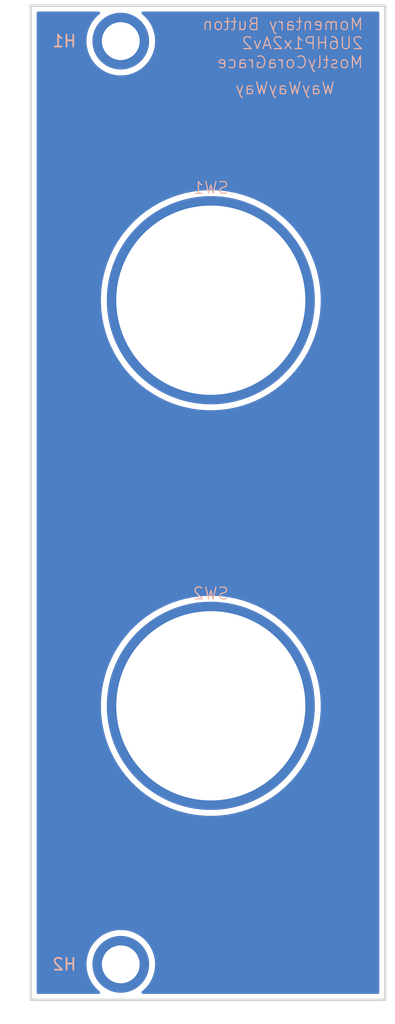
<source format=kicad_pcb>
(kicad_pcb (version 20241229) (generator "pcbnew") (generator_version "9.0")
  (layers (0 "F.Cu" signal) (2 "B.Cu" signal) (13 "F.Paste" user) (15 "B.Paste" user) (5 "F.SilkS" user "F.Silkscreen") (7 "B.SilkS" user "B.Silkscreen") (1 "F.Mask" user) (3 "B.Mask" user) (25 "Edge.Cuts" user))
  (net 0 "")
  (footprint "EXC:SW_SPST_M16_Panel_Mount_Push-Button" (layer "F.Cu") (at 15.24 27.33)
    (property "Reference" "SW1" (at 0 -9.5 0) (layer "B.SilkS") (effects (font (thickness 0.1)) (justify mirror)))
    (property "Value" "SW_SPST_M16_Panel_Mount_Push-Button")
    (pad "" thru_hole circle (at 0 0) (size 17.6 17.6) (drill 16) (layers "*.Cu" "*.Mask"))
  )
  (footprint "EXC:MountingHole_3.2mm_M3" (layer "F.Cu") (at 7.62 83.475)
    (property "Reference" "H2" (at -3.683 0 0) (layer "B.SilkS") (effects (justify left mirror)))
    (property "Value" "Eurorack_M3_MountingHole")
    (pad "" thru_hole circle (at 0 0) (size 4.8 4.8) (drill 3.2) (layers "*.Cu" "*.Mask"))
  )
  (footprint "EXC:SW_SPST_M16_Panel_Mount_Push-Button" (layer "F.Cu") (at 15.24 61.62)
    (property "Reference" "SW2" (at 0 -9.5 0) (layer "B.SilkS") (effects (font (thickness 0.1)) (justify mirror)))
    (property "Value" "SW_SPST_M16_Panel_Mount_Push-Button")
    (pad "" thru_hole circle (at 0 0) (size 17.6 17.6) (drill 16) (layers "*.Cu" "*.Mask"))
  )
  (footprint "EXC:MountingHole_3.2mm_M3" (layer "F.Cu") (at 7.62 5.425)
    (property "Reference" "H1" (at -3.683 0 0) (layer "B.SilkS") (effects (justify left mirror)))
    (property "Value" "Eurorack_M3_MountingHole")
    (pad "" thru_hole circle (at 0 0) (size 4.8 4.8) (drill 3.2) (layers "*.Cu" "*.Mask"))
  )
  (gr_rect (start 0 2.425) (end 30 86.475) (stroke (width 0.2)) (fill no) (layer "Edge.Cuts"))
  (gr_text "Momentary Button\n2U6HP1x2Av2\nMostlyCoraGrace" (at 28.2 7.8 0) (layer "B.SilkS") (effects (font (size 1 1) (thickness 0.1)) (justify left bottom mirror)))
  (gr_text "WayWayWay" (at 25.8 10 0) (layer "B.SilkS") (effects (font (size 1 1) (thickness 0.1)) (justify left bottom mirror)))
  (zone (net 0) (net_name "") (layers "F.Cu" "B.Cu") (connect_pads (clearance 0.5)) (min_thickness 0.25) (fill yes (thermal_gap 0.5) (thermal_bridge_width 0.5) (island_removal_mode 1) (island_area_min 10))
    (polygon (pts (xy 0 2.425) (xy 30 2.425) (xy 30 86.475) (xy 0 86.475)))
  )
)
</source>
